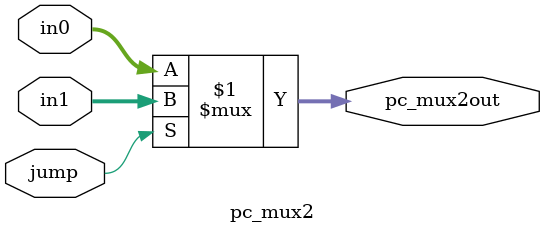
<source format=v>
module pc_mux2(in0,in1,jump,pc_mux2out);
	input [31:0]in0,in1;
	input jump;
	output [31:0]pc_mux2out;
	assign pc_mux2out=(jump)?in1:in0;
endmodule
</source>
